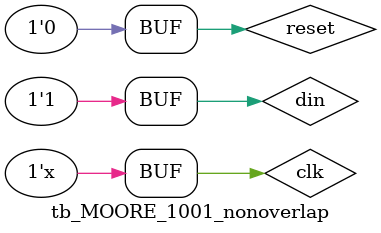
<source format=v>
module MOORE_1001_nonoverlap (
    input din,clk,reset,output  y  
);
    parameter s1=3'b000,s2=s1+1'b1,s3=s2+1'b1,s4=s3+1'b1,s5=s4+1'b1;
    reg [2:0]cs,ns;

    always @(posedge clk ) begin
        if(reset)begin
            cs<=0;
        end
        else begin
            cs<=ns;
        end
    end

    always @(cs,din) begin
        case(cs) 
            s1: if(din==1) ns<=s2; else ns<=s1;
            s2: if(din==0) ns<=s3; else ns<=s2;
            s3: if(din==0) ns<=s4; else ns<=s2;
            s4: if(din==1) ns<=s5; else ns<=s1;
            s5: if(din==1) ns<=s1; else ns<=s1;
            default:ns<=s1;
        endcase
    end
    assign y=(cs==s5)?1:0;
endmodule //MOORE_1001_nonoverlap

module tb_MOORE_1001_nonoverlap (
    
);
    reg din,clk,reset;
    wire y ;
    initial begin
        {clk,reset}=00;
        din=0;#10;
        din=1;#10;
        din=0;#10;
        din=0;#10;
        din=1;#10;
        din=0;#10;
        din=0;#10;
        din=1;#10;
        din=1;#10;
    end
    always #5 clk=~clk;
    MOORE_1001_nonoverlap a1(din,clk,reset,y);
endmodule //MOORE_1001_nonoverlap

</source>
